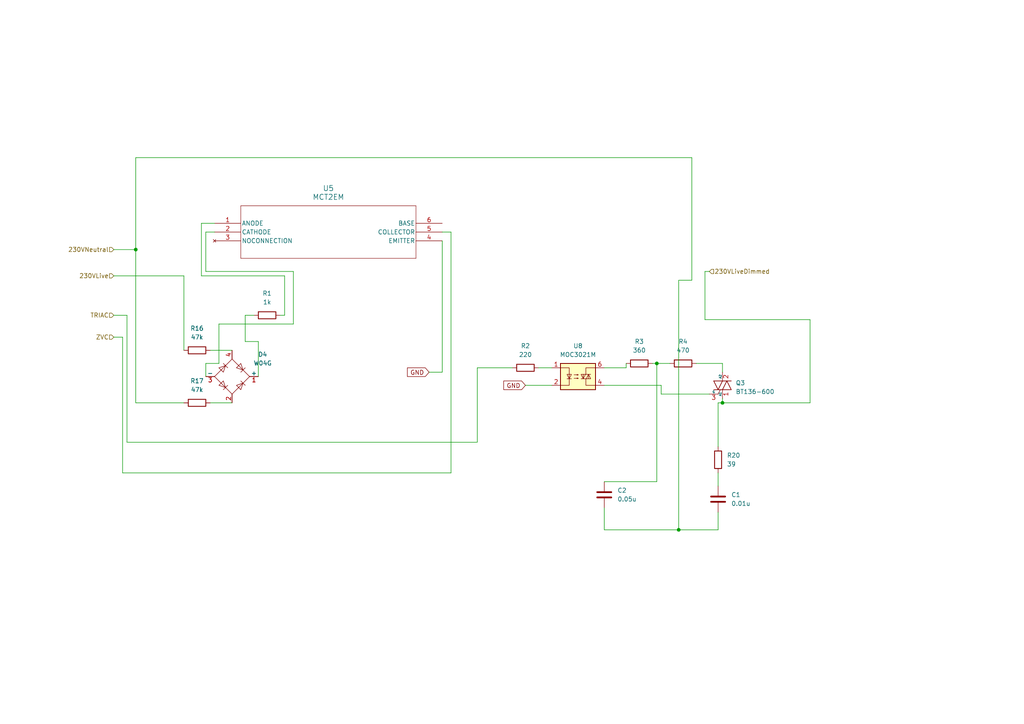
<source format=kicad_sch>
(kicad_sch (version 20250114) (generator "eeschema") (generator_version "9.0")
  (paper "A4")
  (lib_symbols
    (symbol "Device:C" (pin_numbers (hide yes)) (pin_names (offset 0.254))
      (property "Reference" "C" (at 0.635 2.54 0))
      (property "Value" "C" (at 0.635 -2.54 0))
      (symbol "C_0_1"
        (polyline (pts (xy -2.032 0.762) (xy 2.032 0.762)) (stroke (width 0.508)))
        (polyline (pts (xy -2.032 -0.762) (xy 2.032 -0.762)) (stroke (width 0.508)))
      )
      (symbol "C_1_1"
        (pin passive line (at 0 3.81 270) (length 2.794) (name "~") (number "1"))
        (pin passive line (at 0 -3.81 90) (length 2.794) (name "~") (number "2"))
      )
    )
    (symbol "Device:R" (pin_numbers (hide yes)) (pin_names (offset 0))
      (property "Reference" "R" (at 2.032 0 90))
      (property "Value" "R" (at 0 0 90))
      (symbol "R_0_1"
        (rectangle (start -1.016 -2.54) (end 1.016 2.54) (stroke (width 0.254)))
      )
      (symbol "R_1_1"
        (pin passive line (at 0 3.81 270) (length 1.27) (name "~") (number "1"))
        (pin passive line (at 0 -3.81 90) (length 1.27) (name "~") (number "2"))
      )
    )
    (symbol "Diode_Bridge:W04G" (pin_names (offset 0))
      (property "Reference" "D" (at 2.54 6.985 0))
      (property "Value" "W04G" (at 2.54 5.08 0))
      (symbol "W04G_0_1"
        (polyline (pts (xy -5.08 0) (xy 0 -5.08) (xy 5.08 0) (xy 0 5.08) (xy -5.08 0)))
        (polyline (pts (xy -3.81 2.54) (xy -2.54 1.27) (xy -1.905 3.175) (xy -3.81 2.54)))
        (polyline (pts (xy -2.54 3.81) (xy -1.27 2.54)))
        (polyline (pts (xy -2.54 -1.27) (xy -3.81 -2.54) (xy -1.905 -3.175) (xy -2.54 -1.27)))
        (polyline (pts (xy -1.27 -2.54) (xy -2.54 -3.81)))
        (polyline (pts (xy 1.27 2.54) (xy 2.54 3.81) (xy 3.175 1.905) (xy 1.27 2.54)))
        (polyline (pts (xy 2.54 1.27) (xy 3.81 2.54)))
        (polyline (pts (xy 2.54 -1.27) (xy 3.81 -2.54)))
        (polyline (pts (xy 3.175 -1.905) (xy 1.27 -2.54) (xy 2.54 -3.81) (xy 3.175 -1.905)))
      )
      (symbol "W04G_1_1"
        (pin passive line (at -7.62 0 0) (length 2.54) (name "-") (number "3"))
        (pin passive line (at 0 7.62 270) (length 2.54) (name "~") (number "4"))
        (pin passive line (at 0 -7.62 90) (length 2.54) (name "~") (number "2"))
        (pin passive line (at 7.62 0 180) (length 2.54) (name "+") (number "1"))
      )
    )
    (symbol "MCT2EM:MCT2EM" (pin_names (offset 0.254))
      (property "Reference" "U" (at 33.02 10.16 0))
      (property "Value" "MCT2EM" (at 33.02 7.62 0))
      (symbol "MCT2EM_0_1"
        (polyline (pts (xy 7.62 5.08) (xy 7.62 -10.16)) (stroke (width 0.127)))
        (polyline (pts (xy 7.62 -10.16) (xy 58.42 -10.16)) (stroke (width 0.127)))
        (polyline (pts (xy 58.42 5.08) (xy 7.62 5.08)) (stroke (width 0.127)))
        (polyline (pts (xy 58.42 -10.16) (xy 58.42 5.08)) (stroke (width 0.127)))
        (pin unspecified line (at 0 0 0) (length 7.62) (name "ANODE") (number "1"))
        (pin unspecified line (at 0 -2.54 0) (length 7.62) (name "CATHODE") (number "2"))
        (pin no_connect line (at 0 -5.08 0) (length 7.62) (name "NOCONNECTION") (number "3"))
        (pin unspecified line (at 66.04 0 180) (length 7.62) (name "BASE") (number "6"))
        (pin unspecified line (at 66.04 -2.54 180) (length 7.62) (name "COLLECTOR") (number "5"))
        (pin unspecified line (at 66.04 -5.08 180) (length 7.62) (name "EMITTER") (number "4"))
      )
    )
    (symbol "Relay_SolidState:MOC3021M"
      (property "Reference" "U" (at -5.334 4.826 0))
      (property "Value" "MOC3021M" (at 0 5.08 0))
      (symbol "MOC3021M_0_1"
        (rectangle (start -5.08 3.81) (end 5.08 -3.81) (stroke (width 0.254)) (fill (type background)))
        (polyline (pts (xy -5.08 2.54) (xy -2.54 2.54) (xy -2.54 -2.54) (xy -5.08 -2.54)))
        (polyline (pts (xy -3.175 -0.635) (xy -1.905 -0.635)))
        (polyline (pts (xy -2.54 -0.635) (xy -3.175 0.635) (xy -1.905 0.635) (xy -2.54 -0.635)))
        (polyline (pts (xy -1.143 0.508) (xy 0.127 0.508) (xy -0.254 0.381) (xy -0.254 0.635) (xy 0.127 0.508)))
        (polyline (pts (xy -1.143 -0.508) (xy 0.127 -0.508) (xy -0.254 -0.635) (xy -0.254 -0.381) (xy 0.127 -0.508)))
        (polyline (pts (xy 0.889 -0.635) (xy 3.683 -0.635) (xy 3.048 0.635) (xy 2.413 -0.635)))
        (polyline (pts (xy 1.524 -0.635) (xy 1.524 0.635)))
        (polyline (pts (xy 2.286 0.635) (xy 2.286 2.54) (xy 5.08 2.54)))
        (polyline (pts (xy 2.286 -0.635) (xy 2.286 -2.54) (xy 5.08 -2.54)))
        (polyline (pts (xy 3.048 0.635) (xy 3.048 -0.635)))
        (polyline (pts (xy 3.683 0.635) (xy 0.889 0.635) (xy 1.524 -0.635) (xy 2.159 0.635)))
      )
      (symbol "MOC3021M_1_1"
        (pin passive line (at -7.62 2.54 0) (length 2.54) (name "~") (number "1"))
        (pin passive line (at -7.62 -2.54 0) (length 2.54) (name "~") (number "2"))
        (pin no_connect line (at -5.08 0 0) (length 2.54) (hide yes) (name "NC") (number "3"))
        (pin no_connect line (at 5.08 0 180) (length 2.54) (hide yes) (name "NC") (number "5"))
        (pin passive line (at 7.62 2.54 180) (length 2.54) (name "~") (number "6"))
        (pin passive line (at 7.62 -2.54 180) (length 2.54) (name "~") (number "4"))
      )
    )
    (symbol "Triac_Thyristor:BT136-600" (pin_names (offset 0))
      (property "Reference" "Q" (at 5.08 1.905 0))
      (property "Value" "BT136-600" (at 5.08 0 0))
      (symbol "BT136-600_0_1"
        (polyline (pts (xy -2.54 1.27) (xy 2.54 1.27)) (stroke (width 0.2032)))
        (polyline (pts (xy -2.54 1.27) (xy -1.27 -1.27) (xy 0 1.27)) (stroke (width 0.2032)))
        (polyline (pts (xy -2.54 -1.27) (xy 2.54 -1.27)) (stroke (width 0.2032)))
        (polyline (pts (xy -1.27 -2.54) (xy -0.635 -1.27)))
        (polyline (pts (xy 0 -1.27) (xy 1.27 1.27) (xy 2.54 -1.27)) (stroke (width 0.2032)))
      )
      (symbol "BT136-600_1_1"
        (pin input line (at -3.81 -2.54 0) (length 2.54) (name "G") (number "3"))
        (pin passive line (at 0 3.81 270) (length 2.54) (name "A2") (number "2"))
        (pin passive line (at 0 -3.81 90) (length 2.54) (name "A1") (number "1"))
      )
    )
  )
  (junction (at 190.5 105.41))
  (junction (at 209.55 116.84))
  (junction (at 196.85 153.67))
  (junction (at 39.37 72.39))
  (wire (pts (xy 196.85 81.28) (xy 200.66 81.28)))
  (wire (pts (xy 33.02 80.01) (xy 53.34 80.01)))
  (wire (pts (xy 59.69 67.31) (xy 59.69 78.74)))
  (wire (pts (xy 196.85 153.67) (xy 196.85 81.28)))
  (wire (pts (xy 82.55 80.01) (xy 82.55 91.44)))
  (wire (pts (xy 39.37 72.39) (xy 39.37 116.84)))
  (wire (pts (xy 58.42 64.77) (xy 58.42 80.01)))
  (wire (pts (xy 62.23 64.77) (xy 58.42 64.77)))
  (wire (pts (xy 234.95 92.71) (xy 204.47 92.71)))
  (wire (pts (xy 71.12 99.06) (xy 71.12 91.44)))
  (wire (pts (xy 175.26 106.68) (xy 181.61 106.68)))
  (wire (pts (xy 208.28 129.54) (xy 208.28 116.84)))
  (wire (pts (xy 175.26 153.67) (xy 196.85 153.67)))
  (wire (pts (xy 191.77 114.3) (xy 205.74 114.3)))
  (wire (pts (xy 209.55 105.41) (xy 209.55 107.95)))
  (wire (pts (xy 128.27 69.85) (xy 128.27 107.95)))
  (wire (pts (xy 191.77 111.76) (xy 191.77 114.3)))
  (wire (pts (xy 152.4 111.76) (xy 160.02 111.76)))
  (wire (pts (xy 33.02 72.39) (xy 39.37 72.39)))
  (wire (pts (xy 175.26 111.76) (xy 191.77 111.76)))
  (wire (pts (xy 74.93 99.06) (xy 71.12 99.06)))
  (wire (pts (xy 35.56 137.16) (xy 130.81 137.16)))
  (wire (pts (xy 35.56 97.79) (xy 35.56 137.16)))
  (wire (pts (xy 74.93 109.22) (xy 74.93 99.06)))
  (wire (pts (xy 53.34 80.01) (xy 53.34 101.6)))
  (wire (pts (xy 209.55 116.84) (xy 234.95 116.84)))
  (wire (pts (xy 189.23 105.41) (xy 190.5 105.41)))
  (wire (pts (xy 33.02 97.79) (xy 35.56 97.79)))
  (wire (pts (xy 181.61 106.68) (xy 181.61 105.41)))
  (wire (pts (xy 63.5 93.98) (xy 85.09 93.98)))
  (wire (pts (xy 208.28 137.16) (xy 208.28 140.97)))
  (wire (pts (xy 63.5 105.41) (xy 63.5 93.98)))
  (wire (pts (xy 128.27 107.95) (xy 124.46 107.95)))
  (wire (pts (xy 209.55 115.57) (xy 209.55 116.84)))
  (wire (pts (xy 71.12 91.44) (xy 73.66 91.44)))
  (wire (pts (xy 204.47 78.74) (xy 205.74 78.74)))
  (wire (pts (xy 196.85 153.67) (xy 208.28 153.67)))
  (wire (pts (xy 234.95 116.84) (xy 234.95 92.71)))
  (wire (pts (xy 85.09 78.74) (xy 85.09 93.98)))
  (wire (pts (xy 156.21 106.68) (xy 160.02 106.68)))
  (wire (pts (xy 36.83 128.27) (xy 138.43 128.27)))
  (wire (pts (xy 190.5 105.41) (xy 194.31 105.41)))
  (wire (pts (xy 201.93 105.41) (xy 209.55 105.41)))
  (wire (pts (xy 39.37 45.72) (xy 200.66 45.72)))
  (wire (pts (xy 36.83 91.44) (xy 36.83 128.27)))
  (wire (pts (xy 58.42 80.01) (xy 82.55 80.01)))
  (wire (pts (xy 59.69 78.74) (xy 85.09 78.74)))
  (wire (pts (xy 39.37 72.39) (xy 39.37 45.72)))
  (wire (pts (xy 60.96 116.84) (xy 67.31 116.84)))
  (wire (pts (xy 208.28 148.59) (xy 208.28 153.67)))
  (wire (pts (xy 175.26 147.32) (xy 175.26 153.67)))
  (wire (pts (xy 33.02 91.44) (xy 36.83 91.44)))
  (wire (pts (xy 138.43 106.68) (xy 148.59 106.68)))
  (wire (pts (xy 130.81 67.31) (xy 130.81 137.16)))
  (wire (pts (xy 62.23 67.31) (xy 59.69 67.31)))
  (wire (pts (xy 128.27 67.31) (xy 130.81 67.31)))
  (wire (pts (xy 81.28 91.44) (xy 82.55 91.44)))
  (wire (pts (xy 138.43 128.27) (xy 138.43 106.68)))
  (wire (pts (xy 208.28 116.84) (xy 209.55 116.84)))
  (wire (pts (xy 59.69 105.41) (xy 63.5 105.41)))
  (wire (pts (xy 175.26 139.7) (xy 190.5 139.7)))
  (wire (pts (xy 60.96 101.6) (xy 67.31 101.6)))
  (wire (pts (xy 190.5 139.7) (xy 190.5 105.41)))
  (wire (pts (xy 200.66 45.72) (xy 200.66 81.28)))
  (wire (pts (xy 204.47 92.71) (xy 204.47 78.74)))
  (wire (pts (xy 59.69 109.22) (xy 59.69 105.41)))
  (wire (pts (xy 39.37 116.84) (xy 53.34 116.84)))
  (global_label "GND" (shape input) (at 124.46 107.95 180) (property "Intersheetrefs" "${INTERSHEET_REFS}" (effects (hide yes))))
  (global_label "GND" (shape input) (at 152.4 111.76 180) (property "Intersheetrefs" "${INTERSHEET_REFS}" (effects (hide yes))))
  (hierarchical_label "TRIAC" (shape input) (at 33.02 91.44 180))
  (hierarchical_label "ZVC" (shape input) (at 33.02 97.79 180))
  (hierarchical_label "230VLive" (shape input) (at 33.02 80.01 180))
  (hierarchical_label "230VLiveDimmed" (shape input) (at 205.74 78.74 0))
  (hierarchical_label "230VNeutral" (shape input) (at 33.02 72.39 180))
  (symbol (lib_id "Device:R") (at 198.12 105.41 90) (unit 1)
    (property "Reference" "R4" (at 198.12 99.06 90))
    (property "Value" "470" (at 198.12 101.6 90))
    (property "Footprint" "Resistor_SMD:R_0805_2012Metric_Pad1.20x1.40mm_HandSolder" (effects (hide yes)))
    (property "Description" "Resistor" (effects (hide yes)))
  )
  (symbol (lib_id "Triac_Thyristor:BT136-600") (at 209.55 111.76 0) (unit 1)
    (property "Reference" "Q3" (at 213.36 111.0741 0) (effects (justify left)))
    (property "Value" "BT136-600" (at 213.36 113.6141 0) (effects (justify left)))
    (property "Footprint" "Package_TO_SOT_THT:TO-220-3_Vertical" (effects (hide yes)))
    (property "Datasheet" "http://www.micropik.com/PDF/BT136-600.pdf" (effects (hide yes)))
    (property "Description" "4A RMS, 500V Off-State Voltage, Triac, TO-220" (effects (hide yes)))
  )
  (symbol (lib_id "Relay_SolidState:MOC3021M") (at 167.64 109.22 0) (unit 1)
    (property "Reference" "U8" (at 167.64 100.33 0))
    (property "Value" "MOC3021M" (at 167.64 102.87 0))
    (property "Footprint" "MOC3021M:PDIP6_BX_ONS" (effects (hide yes)))
    (property "Datasheet" "https://www.onsemi.com/pub/Collateral/MOC3023M-D.PDF" (effects (hide yes)))
    (property "Description" "Random Phase Opto-Triac, Vdrm 400V, Ift 15mA, DIP6" (effects (hide yes)))
  )
  (symbol (lib_id "Device:R") (at 57.15 101.6 90) (unit 1)
    (property "Reference" "R16" (at 57.15 95.25 90))
    (property "Value" "47k" (at 57.15 97.79 90))
    (property "Footprint" "Resistor_SMD:R_0805_2012Metric_Pad1.20x1.40mm_HandSolder" (effects (hide yes)))
    (property "Description" "Resistor" (effects (hide yes)))
  )
  (symbol (lib_id "Device:R") (at 57.15 116.84 90) (unit 1)
    (property "Reference" "R17" (at 57.15 110.49 90))
    (property "Value" "47k" (at 57.15 113.03 90))
    (property "Footprint" "Resistor_SMD:R_0805_2012Metric_Pad1.20x1.40mm_HandSolder" (effects (hide yes)))
    (property "Description" "Resistor" (effects (hide yes)))
  )
  (symbol (lib_id "Device:R") (at 185.42 105.41 90) (unit 1)
    (property "Reference" "R3" (at 185.42 99.06 90))
    (property "Value" "360" (at 185.42 101.6 90))
    (property "Footprint" "Resistor_SMD:R_0805_2012Metric_Pad1.20x1.40mm_HandSolder" (effects (hide yes)))
    (property "Description" "Resistor" (effects (hide yes)))
  )
  (symbol (lib_id "Diode_Bridge:W04G") (at 67.31 109.22 0) (unit 1)
    (property "Reference" "D4" (at 76.2 102.7998 0))
    (property "Value" "W04G" (at 76.2 105.3398 0))
    (property "Footprint" "Diode_THT:Diode_Bridge_Round_D9.8mm" (effects (hide yes)))
    (property "Datasheet" "https://www.vishay.com/docs/88769/woo5g.pdf" (effects (hide yes)))
    (property "Description" "Glass Passivated Single-Phase Bridge Rectifier, 280V Vrms, 1.5A If, WOG package" (effects (hide yes)))
  )
  (symbol (lib_id "Device:R") (at 152.4 106.68 90) (unit 1)
    (property "Reference" "R2" (at 152.4 100.33 90))
    (property "Value" "220" (at 152.4 102.87 90))
    (property "Footprint" "Resistor_SMD:R_0805_2012Metric_Pad1.20x1.40mm_HandSolder" (effects (hide yes)))
    (property "Description" "Resistor" (effects (hide yes)))
  )
  (symbol (lib_id "Device:R") (at 77.47 91.44 90) (unit 1)
    (property "Reference" "R1" (at 77.47 85.09 90))
    (property "Value" "1k" (at 77.47 87.63 90))
    (property "Footprint" "Resistor_SMD:R_0805_2012Metric_Pad1.20x1.40mm_HandSolder" (effects (hide yes)))
    (property "Description" "Resistor" (effects (hide yes)))
  )
  (symbol (lib_id "MCT2EM:MCT2EM") (at 62.23 64.77 0) (unit 1)
    (property "Reference" "U5" (at 95.25 54.61 0) (effects (font (size 1.524 1.524))))
    (property "Value" "MCT2EM" (at 95.25 57.15 0) (effects (font (size 1.524 1.524))))
    (property "Footprint" "PDIP6_8P89X6P60_ONS" (effects (hide yes)))
    (property "Datasheet" "MCT2EM" (effects (hide yes)))
  )
  (symbol (lib_id "Device:C") (at 208.28 144.78 0) (unit 1)
    (property "Reference" "C1" (at 212.09 143.5099 0) (effects (justify left)))
    (property "Value" "0.01u" (at 212.09 146.0499 0) (effects (justify left)))
    (property "Footprint" "Capacitor_SMD:C_0805_2012Metric_Pad1.18x1.45mm_HandSolder" (effects (hide yes)))
    (property "Description" "Unpolarized capacitor" (effects (hide yes)))
  )
  (symbol (lib_id "Device:R") (at 208.28 133.35 180) (unit 1)
    (property "Reference" "R20" (at 210.82 132.0799 0) (effects (justify right)))
    (property "Value" "39" (at 210.82 134.6199 0) (effects (justify right)))
    (property "Footprint" "Resistor_SMD:R_0805_2012Metric_Pad1.20x1.40mm_HandSolder" (effects (hide yes)))
    (property "Description" "Resistor" (effects (hide yes)))
  )
  (symbol (lib_id "Device:C") (at 175.26 143.51 0) (unit 1)
    (property "Reference" "C2" (at 179.07 142.2399 0) (effects (justify left)))
    (property "Value" "0.05u" (at 179.07 144.7799 0) (effects (justify left)))
    (property "Footprint" "Capacitor_SMD:C_0805_2012Metric_Pad1.18x1.45mm_HandSolder" (effects (hide yes)))
    (property "Description" "Unpolarized capacitor" (effects (hide yes)))
  )
)
</source>
